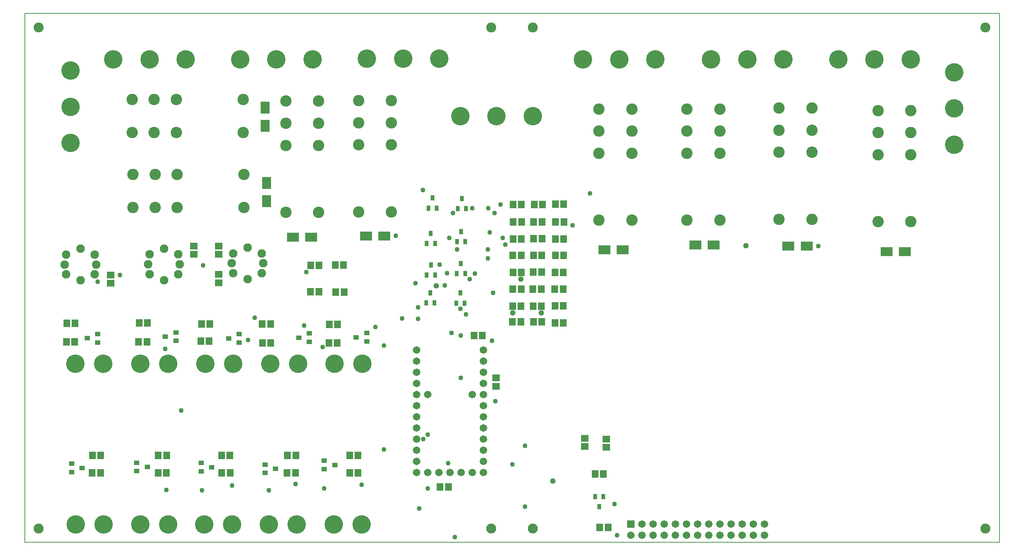
<source format=gbr>
G04 DipTrace 2.2.9.0 beta*
%INTopMask.gbr*%
%MOIN*%
%ADD11C,0.006*%
%ADD18C,0.0433*%
%ADD38C,0.09*%
%ADD41C,0.0512*%
%ADD43R,0.0671X0.0671*%
%ADD45C,0.0671*%
%ADD46C,0.1025*%
%ADD48C,0.0769*%
%ADD50R,0.0336X0.0493*%
%ADD52C,0.1655*%
%ADD54R,0.0474X0.0415*%
%ADD56R,0.1084X0.0808*%
%ADD58R,0.0808X0.1084*%
%ADD60R,0.0592X0.0671*%
%ADD62R,0.0671X0.0592*%
%FSLAX44Y44*%
G04*
G70*
G90*
G75*
G01*
%LNTopMask*%
%LPD*%
D41*
X40879Y26981D3*
X47769Y24540D3*
D18*
X12488Y27957D3*
X42245Y22744D3*
X45875Y22061D3*
X57119Y4596D3*
X25863Y8635D3*
X47733Y10950D3*
X30831Y8773D3*
X35407Y23276D3*
X23980Y22126D3*
X39363Y6991D3*
X40131Y8792D3*
X19855Y8635D3*
X29027Y23427D3*
X19949Y28818D3*
X46197Y16624D3*
X17976Y15802D3*
X16563Y21319D3*
X41970Y11042D3*
X42540Y4408D3*
X43556Y24422D3*
X37827Y24053D3*
X42402Y33519D3*
X46116D3*
X29226Y28229D3*
X24571Y24120D3*
X36175Y21634D3*
X36194Y12296D3*
X43078Y18708D3*
D41*
X50328Y24540D3*
D18*
X43044Y24934D3*
X44359Y28075D3*
X41848Y28131D3*
X39698Y35598D3*
X43078Y22508D3*
X56903Y7389D3*
X44107Y33950D3*
X45570Y33965D3*
X37267Y31491D3*
X42060Y31273D3*
X46863D3*
X16662Y8658D3*
X42769Y30249D3*
X45525D3*
X41188Y28899D3*
X54699Y35302D3*
X75191Y30548D3*
X39028Y27213D3*
X53132Y32429D3*
X39265Y24029D3*
Y25052D3*
X45985Y26342D3*
X30701Y21476D3*
X34177Y9137D3*
X28240Y9186D3*
X22566Y9068D3*
X10498Y27367D3*
X48850Y7143D3*
Y12628D3*
X39717Y13215D3*
X46645Y34300D3*
X45682Y31784D3*
X47099Y30682D3*
X45521Y29470D3*
X43895Y27586D3*
X41666Y27021D3*
X40127Y13628D3*
D41*
X48477Y27572D3*
X51344Y9439D3*
X68698Y30586D3*
D62*
X46257Y17960D3*
Y18708D3*
D60*
X41224Y8910D3*
X41972D3*
X45035Y22508D3*
X44287D3*
D58*
X25644Y36208D3*
Y34574D3*
X25537Y43001D3*
Y41368D3*
D56*
X29639Y31363D3*
X28005D3*
X36233Y31443D3*
X34599D3*
X57613Y30210D3*
X55979D3*
X65790Y30657D3*
X64156D3*
X74138Y30548D3*
X72504D3*
X82944Y30056D3*
X81310D3*
D54*
X34639Y21996D3*
Y22744D3*
X33694Y22370D3*
X29503Y21961D3*
Y22709D3*
X28558Y22335D3*
X23193Y21894D3*
Y22642D3*
X22248Y22268D3*
X17508Y22052D3*
Y22800D3*
X16563Y22426D3*
X10498Y21902D3*
Y22651D3*
X9553Y22277D3*
X30831Y11274D3*
Y10526D3*
X31775Y10900D3*
X25517Y10936D3*
Y10188D3*
X26461Y10562D3*
X19790Y11074D3*
Y10326D3*
X20734Y10700D3*
X14000Y11088D3*
Y10340D3*
X14945Y10714D3*
X8149Y11009D3*
Y10261D3*
X9094Y10635D3*
D60*
X30354Y28819D3*
X29606D3*
X30348Y26458D3*
X29600D3*
X52330Y34306D3*
X51582D3*
X52345Y32727D3*
X51597D3*
X52322Y31188D3*
X51574D3*
X52322Y29735D3*
X51573D3*
X52294Y28196D3*
X51546D3*
X52275Y26672D3*
X51527D3*
X52298Y25174D3*
X51550D3*
X52289Y23655D3*
X51541D3*
D52*
X8044Y39816D3*
Y43064D3*
Y46312D3*
X34257Y20000D3*
X31757D3*
X28476D3*
X25976D3*
X22662D3*
X20162D3*
X16834D3*
X14334D3*
X10992D3*
X8492D3*
X31677Y5550D3*
X34177D3*
X25863D3*
X28363D3*
X20066D3*
X22566D3*
X14310D3*
X16810D3*
X8518D3*
X11018D3*
X49550Y42235D3*
X46302D3*
X43054D3*
D50*
X40171Y33965D3*
X40919D3*
X40545Y34871D3*
X42814Y33912D3*
X43562D3*
X43188Y34817D3*
X40025Y30775D3*
X40773D3*
X40399Y31681D3*
X42756Y30959D3*
X43504D3*
X43130Y31865D3*
X40031Y27951D3*
X40779D3*
X40405Y28857D3*
X42724Y28081D3*
X43472D3*
X43098Y28986D3*
X39986Y25457D3*
X40734D3*
X40360Y26363D3*
X42689Y25437D3*
X43437D3*
X43063Y26342D3*
X55903Y8048D3*
X55155D3*
X55529Y7143D3*
D62*
X11641Y27957D3*
Y27209D3*
X19116Y29813D3*
Y30561D3*
X21347Y27263D3*
Y28011D3*
X21362Y29812D3*
Y30560D3*
D60*
X55144Y10104D3*
X55892D3*
X55564Y5289D3*
X56312D3*
X31252Y21859D3*
X32000D3*
X31284Y23519D3*
X32032D3*
X19745Y22033D3*
X20493D3*
X19806Y23540D3*
X20554D3*
X7685Y21965D3*
X8433D3*
X7709Y23629D3*
X8457D3*
X28240Y10200D3*
X27492D3*
X28272Y11750D3*
X27524D3*
X16662Y10200D3*
X15914D3*
X16677Y11750D3*
X15929D3*
D62*
X56148Y12485D3*
Y13233D3*
X54219Y12550D3*
Y13298D3*
D60*
X25287Y21861D3*
X26035D3*
X25270Y23549D3*
X26018D3*
X14165Y21948D3*
X14913D3*
X14206Y23638D3*
X14954D3*
X33863Y10200D3*
X33115D3*
X33860Y11750D3*
X33112D3*
X22372Y10200D3*
X21623D3*
X22356Y11750D3*
X21608D3*
X10752Y10200D3*
X10004D3*
X10759Y11750D3*
X10011D3*
X32607Y26435D3*
X31859D3*
X32555Y28843D3*
X31807D3*
X48525Y34298D3*
X47777D3*
X47791Y32725D3*
X48539D3*
X48531Y31203D3*
X47783D3*
X47765Y29721D3*
X48513D3*
X47786Y28186D3*
X48534D3*
X47758Y26680D3*
X48506D3*
X47742Y25161D3*
X48490D3*
X47723Y23739D3*
X48471D3*
X50419Y34291D3*
X49671D3*
X50373Y32733D3*
X49625D3*
X50376Y31208D3*
X49628D3*
X49605Y29714D3*
X50353D3*
X49601Y28209D3*
X50349D3*
X49562Y26672D3*
X50310D3*
X49583Y25161D3*
X50331D3*
X49606Y23742D3*
X50354D3*
D48*
X10220Y29786D3*
X8940Y30317D3*
X7660Y29786D3*
Y28014D3*
X8940Y27483D3*
X10220Y28014D3*
X10357Y28900D3*
X7523D3*
X17720Y29806D3*
X16440Y30337D3*
X15160Y29806D3*
Y28034D3*
X16440Y27503D3*
X17720Y28034D3*
X17857Y28920D3*
X15023D3*
X22660Y28124D3*
X23940Y27593D3*
X25220Y28124D3*
Y29896D3*
X23940Y30427D3*
X22660Y29896D3*
X22523Y29010D3*
X25357D3*
D46*
X23635Y34029D3*
Y36981D3*
X17627Y34029D3*
X15643D3*
X13659D3*
X17627Y36981D3*
X15643D3*
X13659D3*
D45*
X39127Y21215D3*
Y20215D3*
Y19215D3*
Y18215D3*
Y17215D3*
Y16215D3*
Y15215D3*
Y14215D3*
Y13215D3*
Y12215D3*
Y11215D3*
Y10215D3*
X40127D3*
X41127D3*
X42127D3*
X43127D3*
X44127D3*
X45127D3*
Y11215D3*
Y12215D3*
Y13215D3*
Y14215D3*
Y15215D3*
Y16215D3*
Y17215D3*
Y18215D3*
Y19215D3*
Y20215D3*
Y21215D3*
X44127Y17215D3*
X40127D3*
D46*
X23556Y40761D3*
Y43714D3*
X17548Y40761D3*
X15564D3*
X13580D3*
X17548Y43714D3*
X15564D3*
X13580D3*
X27375Y33596D3*
X30328D3*
X27375Y39603D3*
Y41588D3*
Y43572D3*
X30328Y39603D3*
Y41588D3*
Y43572D3*
X33910Y33635D3*
X36863D3*
X33910Y39643D3*
Y41627D3*
Y43611D3*
X36863Y39643D3*
Y41627D3*
Y43611D3*
X55487Y32887D3*
X58439D3*
X55487Y38895D3*
Y40879D3*
Y42863D3*
X58439Y38895D3*
Y40879D3*
Y42863D3*
X63400Y32887D3*
X66353D3*
X63400Y38895D3*
Y40879D3*
Y42863D3*
X66353Y38895D3*
Y40879D3*
Y42863D3*
X71668Y32966D3*
X74620D3*
X71668Y38973D3*
Y40958D3*
Y42942D3*
X74620Y38973D3*
Y40958D3*
Y42942D3*
X80540Y32761D3*
X83493D3*
X80540Y38769D3*
Y40753D3*
Y42737D3*
X83493Y38769D3*
Y40753D3*
Y42737D3*
D43*
X58340Y5596D3*
D45*
X59340D3*
X60340D3*
X61340D3*
X62340D3*
X63340D3*
X64340D3*
X65340D3*
X66340D3*
X67340D3*
X68340D3*
X69340D3*
X70340D3*
Y4596D3*
X69340D3*
X68340D3*
X67340D3*
X66340D3*
X65340D3*
X64340D3*
X63340D3*
X62340D3*
X61340D3*
X60340D3*
X59340D3*
X58340D3*
D52*
X11903Y47336D3*
X15151D3*
X18399D3*
X23281D3*
X26529D3*
X29777D3*
X34659Y47375D3*
X37907D3*
X41155D3*
X54068Y47336D3*
X57316D3*
X60564D3*
X65564D3*
X68812D3*
X72060D3*
X76981D3*
X80229D3*
X83477D3*
X87375Y46155D3*
Y42907D3*
Y39659D3*
D38*
X5190Y5190D3*
X49565Y50190D3*
Y5190D3*
X90190D3*
Y50190D3*
X45815Y5190D3*
Y50190D3*
X5190D3*
%LNBoardOutline*%
X3940Y3940D2*
D11*
X91440D1*
Y51440D1*
X3940D1*
Y3940D1*
M02*

</source>
